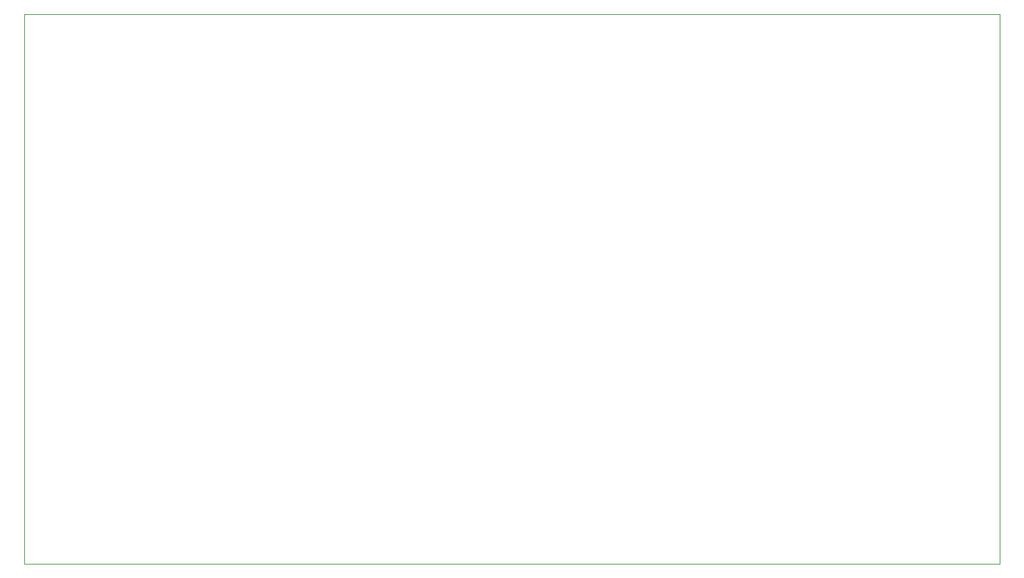
<source format=gbr>
G04 #@! TF.GenerationSoftware,KiCad,Pcbnew,(5.1.5)-3*
G04 #@! TF.CreationDate,2020-07-29T12:33:15-07:00*
G04 #@! TF.ProjectId,Pufferfish-Power-1,50756666-6572-4666-9973-682d506f7765,v0.1*
G04 #@! TF.SameCoordinates,Original*
G04 #@! TF.FileFunction,Profile,NP*
%FSLAX46Y46*%
G04 Gerber Fmt 4.6, Leading zero omitted, Abs format (unit mm)*
G04 Created by KiCad (PCBNEW (5.1.5)-3) date 2020-07-29 12:33:15*
%MOMM*%
%LPD*%
G04 APERTURE LIST*
%ADD10C,0.050000*%
G04 APERTURE END LIST*
D10*
X90627200Y-136956800D02*
X90627200Y-67919600D01*
X213029800Y-136956800D02*
X90627200Y-136956800D01*
X213029800Y-67919600D02*
X213029800Y-136956800D01*
X90627200Y-67919600D02*
X213029800Y-67919600D01*
M02*

</source>
